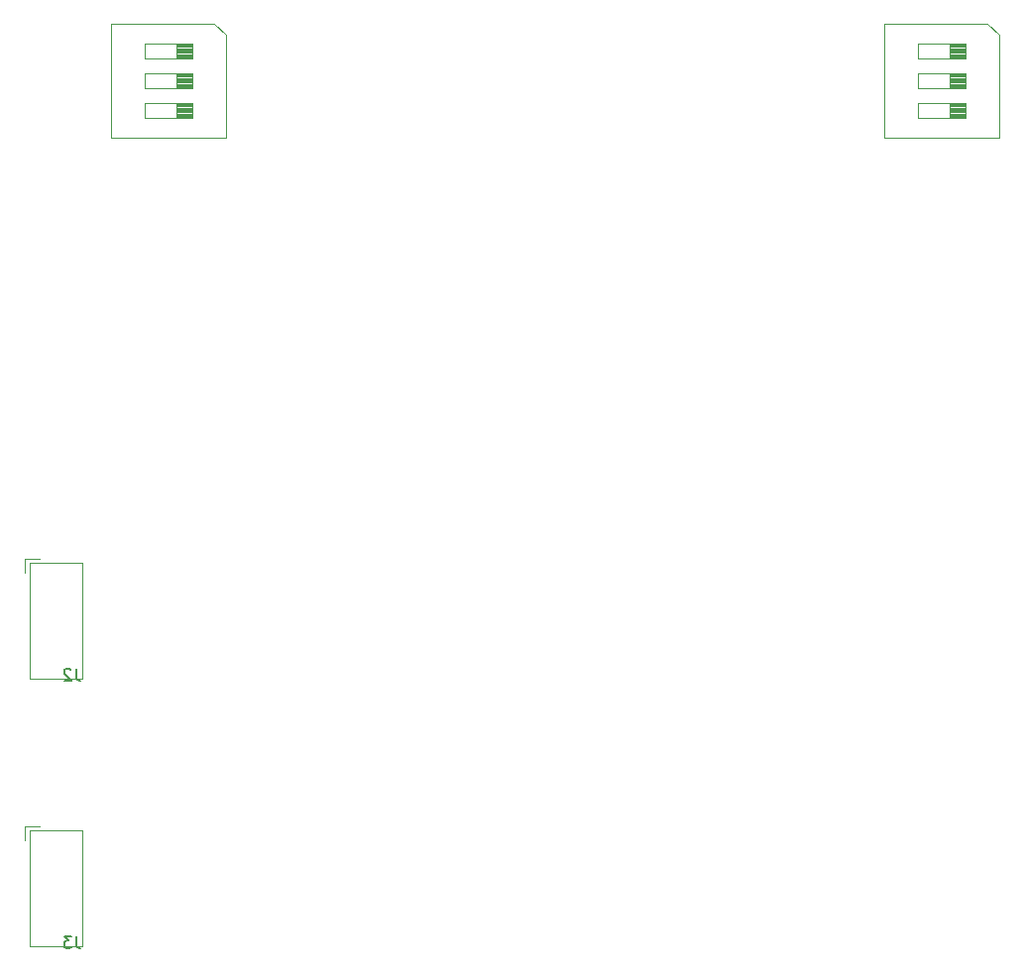
<source format=gbr>
G04 #@! TF.GenerationSoftware,KiCad,Pcbnew,5.1.4+dfsg1-1*
G04 #@! TF.CreationDate,2020-01-15T10:00:44+00:00*
G04 #@! TF.ProjectId,chordboard,63686f72-6462-46f6-9172-642e6b696361,rev?*
G04 #@! TF.SameCoordinates,Original*
G04 #@! TF.FileFunction,Other,Fab,Bot*
%FSLAX46Y46*%
G04 Gerber Fmt 4.6, Leading zero omitted, Abs format (unit mm)*
G04 Created by KiCad (PCBNEW 5.1.4+dfsg1-1) date 2020-01-15 10:00:44*
%MOMM*%
%LPD*%
G04 APERTURE LIST*
%ADD10C,0.100000*%
%ADD11C,0.150000*%
G04 APERTURE END LIST*
D10*
X49100000Y-124790000D02*
X49100000Y-114890000D01*
X53600000Y-124790000D02*
X49100000Y-124790000D01*
X53600000Y-114890000D02*
X53600000Y-124790000D01*
X49100000Y-114890000D02*
X53600000Y-114890000D01*
X48690000Y-114480000D02*
X49940000Y-114480000D01*
X48690000Y-115730000D02*
X48690000Y-114480000D01*
X48690000Y-138590000D02*
X48690000Y-137340000D01*
X48690000Y-137340000D02*
X49940000Y-137340000D01*
X49100000Y-137750000D02*
X53600000Y-137750000D01*
X53600000Y-137750000D02*
X53600000Y-147650000D01*
X53600000Y-147650000D02*
X49100000Y-147650000D01*
X49100000Y-147650000D02*
X49100000Y-137750000D01*
X127676667Y-75565000D02*
X127676667Y-76835000D01*
X129030000Y-76765000D02*
X127676667Y-76765000D01*
X129030000Y-76665000D02*
X127676667Y-76665000D01*
X129030000Y-76565000D02*
X127676667Y-76565000D01*
X129030000Y-76465000D02*
X127676667Y-76465000D01*
X129030000Y-76365000D02*
X127676667Y-76365000D01*
X129030000Y-76265000D02*
X127676667Y-76265000D01*
X129030000Y-76165000D02*
X127676667Y-76165000D01*
X129030000Y-76065000D02*
X127676667Y-76065000D01*
X129030000Y-75965000D02*
X127676667Y-75965000D01*
X129030000Y-75865000D02*
X127676667Y-75865000D01*
X129030000Y-75765000D02*
X127676667Y-75765000D01*
X129030000Y-75665000D02*
X127676667Y-75665000D01*
X124970000Y-75565000D02*
X129030000Y-75565000D01*
X124970000Y-76835000D02*
X124970000Y-75565000D01*
X129030000Y-76835000D02*
X124970000Y-76835000D01*
X129030000Y-75565000D02*
X129030000Y-76835000D01*
X127676667Y-73025000D02*
X127676667Y-74295000D01*
X129030000Y-74225000D02*
X127676667Y-74225000D01*
X129030000Y-74125000D02*
X127676667Y-74125000D01*
X129030000Y-74025000D02*
X127676667Y-74025000D01*
X129030000Y-73925000D02*
X127676667Y-73925000D01*
X129030000Y-73825000D02*
X127676667Y-73825000D01*
X129030000Y-73725000D02*
X127676667Y-73725000D01*
X129030000Y-73625000D02*
X127676667Y-73625000D01*
X129030000Y-73525000D02*
X127676667Y-73525000D01*
X129030000Y-73425000D02*
X127676667Y-73425000D01*
X129030000Y-73325000D02*
X127676667Y-73325000D01*
X129030000Y-73225000D02*
X127676667Y-73225000D01*
X129030000Y-73125000D02*
X127676667Y-73125000D01*
X124970000Y-73025000D02*
X129030000Y-73025000D01*
X124970000Y-74295000D02*
X124970000Y-73025000D01*
X129030000Y-74295000D02*
X124970000Y-74295000D01*
X129030000Y-73025000D02*
X129030000Y-74295000D01*
X127676667Y-70485000D02*
X127676667Y-71755000D01*
X129030000Y-71685000D02*
X127676667Y-71685000D01*
X129030000Y-71585000D02*
X127676667Y-71585000D01*
X129030000Y-71485000D02*
X127676667Y-71485000D01*
X129030000Y-71385000D02*
X127676667Y-71385000D01*
X129030000Y-71285000D02*
X127676667Y-71285000D01*
X129030000Y-71185000D02*
X127676667Y-71185000D01*
X129030000Y-71085000D02*
X127676667Y-71085000D01*
X129030000Y-70985000D02*
X127676667Y-70985000D01*
X129030000Y-70885000D02*
X127676667Y-70885000D01*
X129030000Y-70785000D02*
X127676667Y-70785000D01*
X129030000Y-70685000D02*
X127676667Y-70685000D01*
X129030000Y-70585000D02*
X127676667Y-70585000D01*
X124970000Y-70485000D02*
X129030000Y-70485000D01*
X124970000Y-71755000D02*
X124970000Y-70485000D01*
X129030000Y-71755000D02*
X124970000Y-71755000D01*
X129030000Y-70485000D02*
X129030000Y-71755000D01*
X131890000Y-69760000D02*
X130890000Y-68760000D01*
X131890000Y-78560000D02*
X131890000Y-69760000D01*
X122110000Y-78560000D02*
X131890000Y-78560000D01*
X122110000Y-68760000D02*
X122110000Y-78560000D01*
X130890000Y-68760000D02*
X122110000Y-68760000D01*
X64850000Y-68760000D02*
X56070000Y-68760000D01*
X56070000Y-68760000D02*
X56070000Y-78560000D01*
X56070000Y-78560000D02*
X65850000Y-78560000D01*
X65850000Y-78560000D02*
X65850000Y-69760000D01*
X65850000Y-69760000D02*
X64850000Y-68760000D01*
X62990000Y-70485000D02*
X62990000Y-71755000D01*
X62990000Y-71755000D02*
X58930000Y-71755000D01*
X58930000Y-71755000D02*
X58930000Y-70485000D01*
X58930000Y-70485000D02*
X62990000Y-70485000D01*
X62990000Y-70585000D02*
X61636667Y-70585000D01*
X62990000Y-70685000D02*
X61636667Y-70685000D01*
X62990000Y-70785000D02*
X61636667Y-70785000D01*
X62990000Y-70885000D02*
X61636667Y-70885000D01*
X62990000Y-70985000D02*
X61636667Y-70985000D01*
X62990000Y-71085000D02*
X61636667Y-71085000D01*
X62990000Y-71185000D02*
X61636667Y-71185000D01*
X62990000Y-71285000D02*
X61636667Y-71285000D01*
X62990000Y-71385000D02*
X61636667Y-71385000D01*
X62990000Y-71485000D02*
X61636667Y-71485000D01*
X62990000Y-71585000D02*
X61636667Y-71585000D01*
X62990000Y-71685000D02*
X61636667Y-71685000D01*
X61636667Y-70485000D02*
X61636667Y-71755000D01*
X62990000Y-73025000D02*
X62990000Y-74295000D01*
X62990000Y-74295000D02*
X58930000Y-74295000D01*
X58930000Y-74295000D02*
X58930000Y-73025000D01*
X58930000Y-73025000D02*
X62990000Y-73025000D01*
X62990000Y-73125000D02*
X61636667Y-73125000D01*
X62990000Y-73225000D02*
X61636667Y-73225000D01*
X62990000Y-73325000D02*
X61636667Y-73325000D01*
X62990000Y-73425000D02*
X61636667Y-73425000D01*
X62990000Y-73525000D02*
X61636667Y-73525000D01*
X62990000Y-73625000D02*
X61636667Y-73625000D01*
X62990000Y-73725000D02*
X61636667Y-73725000D01*
X62990000Y-73825000D02*
X61636667Y-73825000D01*
X62990000Y-73925000D02*
X61636667Y-73925000D01*
X62990000Y-74025000D02*
X61636667Y-74025000D01*
X62990000Y-74125000D02*
X61636667Y-74125000D01*
X62990000Y-74225000D02*
X61636667Y-74225000D01*
X61636667Y-73025000D02*
X61636667Y-74295000D01*
X62990000Y-75565000D02*
X62990000Y-76835000D01*
X62990000Y-76835000D02*
X58930000Y-76835000D01*
X58930000Y-76835000D02*
X58930000Y-75565000D01*
X58930000Y-75565000D02*
X62990000Y-75565000D01*
X62990000Y-75665000D02*
X61636667Y-75665000D01*
X62990000Y-75765000D02*
X61636667Y-75765000D01*
X62990000Y-75865000D02*
X61636667Y-75865000D01*
X62990000Y-75965000D02*
X61636667Y-75965000D01*
X62990000Y-76065000D02*
X61636667Y-76065000D01*
X62990000Y-76165000D02*
X61636667Y-76165000D01*
X62990000Y-76265000D02*
X61636667Y-76265000D01*
X62990000Y-76365000D02*
X61636667Y-76365000D01*
X62990000Y-76465000D02*
X61636667Y-76465000D01*
X62990000Y-76565000D02*
X61636667Y-76565000D01*
X62990000Y-76665000D02*
X61636667Y-76665000D01*
X62990000Y-76765000D02*
X61636667Y-76765000D01*
X61636667Y-75565000D02*
X61636667Y-76835000D01*
D11*
X53038333Y-123912380D02*
X53038333Y-124626666D01*
X53085952Y-124769523D01*
X53181190Y-124864761D01*
X53324047Y-124912380D01*
X53419285Y-124912380D01*
X52609761Y-124007619D02*
X52562142Y-123960000D01*
X52466904Y-123912380D01*
X52228809Y-123912380D01*
X52133571Y-123960000D01*
X52085952Y-124007619D01*
X52038333Y-124102857D01*
X52038333Y-124198095D01*
X52085952Y-124340952D01*
X52657380Y-124912380D01*
X52038333Y-124912380D01*
X53038333Y-146772380D02*
X53038333Y-147486666D01*
X53085952Y-147629523D01*
X53181190Y-147724761D01*
X53324047Y-147772380D01*
X53419285Y-147772380D01*
X52657380Y-146772380D02*
X52038333Y-146772380D01*
X52371666Y-147153333D01*
X52228809Y-147153333D01*
X52133571Y-147200952D01*
X52085952Y-147248571D01*
X52038333Y-147343809D01*
X52038333Y-147581904D01*
X52085952Y-147677142D01*
X52133571Y-147724761D01*
X52228809Y-147772380D01*
X52514523Y-147772380D01*
X52609761Y-147724761D01*
X52657380Y-147677142D01*
M02*

</source>
